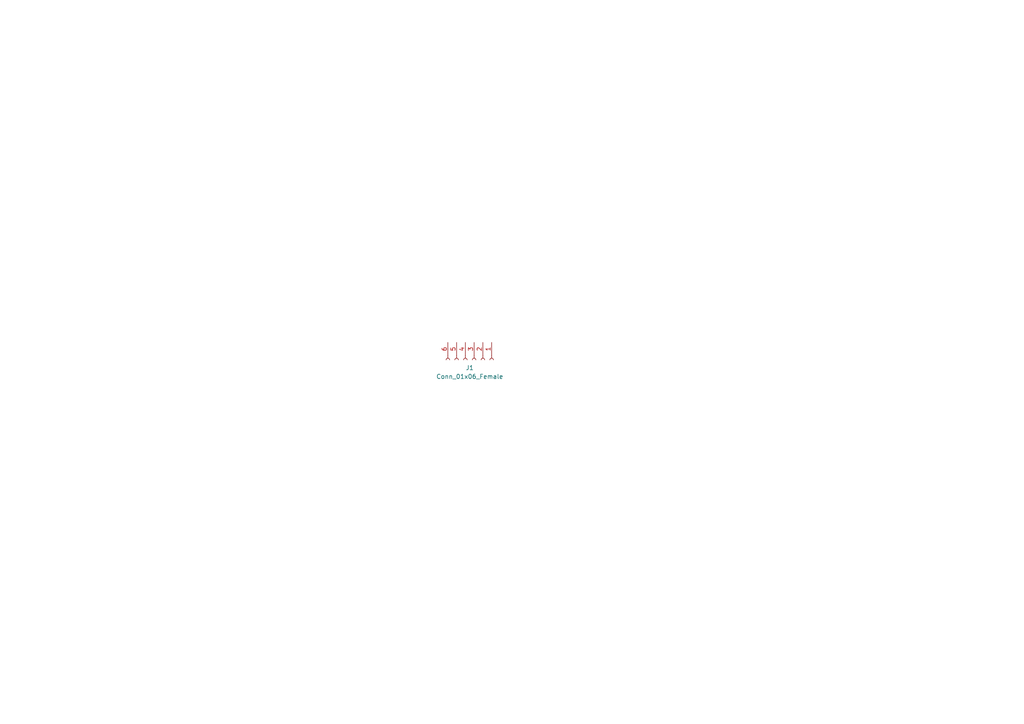
<source format=kicad_sch>
(kicad_sch (version 20211123) (generator eeschema)
  (paper "A4")
  (lib_symbols
    (symbol "Connector:Conn_01x06_Female" (pin_names (offset 1.016) hide)
      (property "Reference" "J" (at 0 7.62 0))
      (property "Value" "Conn_01x06_Female" (at 0 -10.16 0))
      (symbol "Conn_01x06_Female_1_1"
        (arc (start 0 -7.112) (mid -0.508 -7.62) (end 0 -8.128) (stroke (width 0.1524)))
        (arc (start 0 -4.572) (mid -0.508 -5.08) (end 0 -5.588) (stroke (width 0.1524)))
        (arc (start 0 -2.032) (mid -0.508 -2.54) (end 0 -3.048) (stroke (width 0.1524)))
        (polyline (pts (xy -1.27 -7.62) (xy -0.508 -7.62)) (stroke (width 0.1524)))
        (polyline (pts (xy -1.27 -5.08) (xy -0.508 -5.08)) (stroke (width 0.1524)))
        (polyline (pts (xy -1.27 -2.54) (xy -0.508 -2.54)) (stroke (width 0.1524)))
        (polyline (pts (xy -1.27 0) (xy -0.508 0)) (stroke (width 0.1524)))
        (polyline (pts (xy -1.27 2.54) (xy -0.508 2.54)) (stroke (width 0.1524)))
        (polyline (pts (xy -1.27 5.08) (xy -0.508 5.08)) (stroke (width 0.1524)))
        (arc (start 0 0.508) (mid -0.508 0) (end 0 -0.508) (stroke (width 0.1524)))
        (arc (start 0 3.048) (mid -0.508 2.54) (end 0 2.032) (stroke (width 0.1524)))
        (arc (start 0 5.588) (mid -0.508 5.08) (end 0 4.572) (stroke (width 0.1524)))
        (pin passive line (at -5.08 5.08 0) (length 3.81) (name "Pin_1") (number "1"))
        (pin passive line (at -5.08 2.54 0) (length 3.81) (name "Pin_2") (number "2"))
        (pin passive line (at -5.08 0 0) (length 3.81) (name "Pin_3") (number "3"))
        (pin passive line (at -5.08 -2.54 0) (length 3.81) (name "Pin_4") (number "4"))
        (pin passive line (at -5.08 -5.08 0) (length 3.81) (name "Pin_5") (number "5"))
        (pin passive line (at -5.08 -7.62 0) (length 3.81) (name "Pin_6") (number "6"))
      )
    )
  )
  (symbol (lib_id "Connector:Conn_01x06_Female") (at 137.5156 104.394 270) (unit 1)
    (property "Reference" "J1" (at 136.2456 106.68 90))
    (property "Value" "Conn_01x06_Female" (at 136.2456 109.22 90))
    (property "Footprint" "70AAJ-6-M0G:ModuleConnector" (effects hide))
  )
)
</source>
